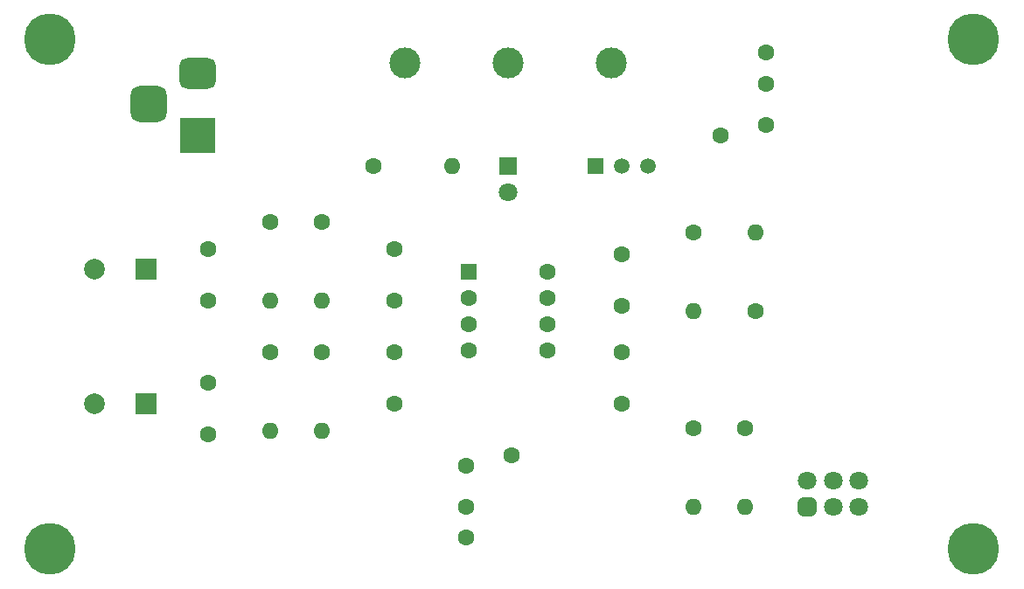
<source format=gbr>
%TF.GenerationSoftware,KiCad,Pcbnew,9.0.0*%
%TF.CreationDate,2025-03-25T20:24:53+01:00*%
%TF.ProjectId,YAHA,59414841-2e6b-4696-9361-645f70636258,rev?*%
%TF.SameCoordinates,Original*%
%TF.FileFunction,Soldermask,Top*%
%TF.FilePolarity,Negative*%
%FSLAX46Y46*%
G04 Gerber Fmt 4.6, Leading zero omitted, Abs format (unit mm)*
G04 Created by KiCad (PCBNEW 9.0.0) date 2025-03-25 20:24:53*
%MOMM*%
%LPD*%
G01*
G04 APERTURE LIST*
G04 Aperture macros list*
%AMRoundRect*
0 Rectangle with rounded corners*
0 $1 Rounding radius*
0 $2 $3 $4 $5 $6 $7 $8 $9 X,Y pos of 4 corners*
0 Add a 4 corners polygon primitive as box body*
4,1,4,$2,$3,$4,$5,$6,$7,$8,$9,$2,$3,0*
0 Add four circle primitives for the rounded corners*
1,1,$1+$1,$2,$3*
1,1,$1+$1,$4,$5*
1,1,$1+$1,$6,$7*
1,1,$1+$1,$8,$9*
0 Add four rect primitives between the rounded corners*
20,1,$1+$1,$2,$3,$4,$5,0*
20,1,$1+$1,$4,$5,$6,$7,0*
20,1,$1+$1,$6,$7,$8,$9,0*
20,1,$1+$1,$8,$9,$2,$3,0*%
G04 Aperture macros list end*
%ADD10C,0.800000*%
%ADD11C,5.000000*%
%ADD12C,3.000000*%
%ADD13C,1.600000*%
%ADD14RoundRect,0.250000X-0.550000X-0.550000X0.550000X-0.550000X0.550000X0.550000X-0.550000X0.550000X0*%
%ADD15R,1.500000X1.500000*%
%ADD16C,1.500000*%
%ADD17O,1.600000X1.600000*%
%ADD18R,2.000000X2.000000*%
%ADD19C,2.000000*%
%ADD20R,3.500000X3.500000*%
%ADD21RoundRect,0.750000X-1.000000X0.750000X-1.000000X-0.750000X1.000000X-0.750000X1.000000X0.750000X0*%
%ADD22RoundRect,0.875000X-0.875000X0.875000X-0.875000X-0.875000X0.875000X-0.875000X0.875000X0.875000X0*%
%ADD23RoundRect,0.450000X-0.450000X0.450000X-0.450000X-0.450000X0.450000X-0.450000X0.450000X0.450000X0*%
%ADD24C,1.800000*%
%ADD25R,1.800000X1.800000*%
G04 APERTURE END LIST*
D10*
%TO.C,H4*%
X100825000Y-152100000D03*
X101374175Y-150774175D03*
X101374175Y-153425825D03*
X102700000Y-150225000D03*
D11*
X102700000Y-152100000D03*
D10*
X102700000Y-153975000D03*
X104025825Y-150774175D03*
X104025825Y-153425825D03*
X104575000Y-152100000D03*
%TD*%
D12*
%TO.C,TP2*%
X137000000Y-105000000D03*
%TD*%
D13*
%TO.C,C4*%
X118000000Y-136000000D03*
X118000000Y-141000000D03*
%TD*%
D14*
%TO.C,IC1*%
X143190000Y-125190000D03*
D13*
X143190000Y-127730000D03*
X143190000Y-130270000D03*
X143190000Y-132810000D03*
X150810000Y-132810000D03*
X150810000Y-130270000D03*
X150810000Y-127730000D03*
X150810000Y-125190000D03*
%TD*%
D15*
%TO.C,IC2*%
X155460000Y-115000000D03*
D16*
X158000000Y-115000000D03*
X160540000Y-115000000D03*
%TD*%
D13*
%TO.C,C201*%
X158000000Y-133000000D03*
X158000000Y-138000000D03*
%TD*%
%TO.C,R102*%
X129000000Y-120380000D03*
D17*
X129000000Y-128000000D03*
%TD*%
D18*
%TO.C,C1*%
X112000000Y-138000000D03*
D19*
X107000000Y-138000000D03*
%TD*%
D18*
%TO.C,C2*%
X112000000Y-125000000D03*
D19*
X107000000Y-125000000D03*
%TD*%
D13*
%TO.C,R101*%
X129000000Y-133000000D03*
D17*
X129000000Y-140620000D03*
%TD*%
D10*
%TO.C,H1*%
X100825000Y-102700000D03*
X101374175Y-101374175D03*
X101374175Y-104025825D03*
X102700000Y-100825000D03*
D11*
X102700000Y-102700000D03*
D10*
X102700000Y-104575000D03*
X104025825Y-101374175D03*
X104025825Y-104025825D03*
X104575000Y-102700000D03*
%TD*%
D20*
%TO.C,J1*%
X116957500Y-112000000D03*
D21*
X116957500Y-106000000D03*
D22*
X112257500Y-109000000D03*
%TD*%
D13*
%TO.C,C102*%
X136000000Y-123000000D03*
X136000000Y-128000000D03*
%TD*%
%TO.C,R104*%
X170000000Y-140380000D03*
D17*
X170000000Y-148000000D03*
%TD*%
D13*
%TO.C,R1*%
X134000000Y-115000000D03*
D17*
X141620000Y-115000000D03*
%TD*%
D13*
%TO.C,C202*%
X158000000Y-123500000D03*
X158000000Y-128500000D03*
%TD*%
D12*
%TO.C,TP3*%
X147000000Y-105000000D03*
%TD*%
D13*
%TO.C,J2*%
X172000000Y-107000000D03*
X172000000Y-104000000D03*
X167600000Y-112000000D03*
X172000000Y-111000000D03*
%TD*%
%TO.C,C101*%
X136000000Y-133000000D03*
X136000000Y-138000000D03*
%TD*%
%TO.C,R204*%
X165000000Y-140380000D03*
D17*
X165000000Y-148000000D03*
%TD*%
D10*
%TO.C,H2*%
X190225000Y-102700000D03*
X190774175Y-101374175D03*
X190774175Y-104025825D03*
X192100000Y-100825000D03*
D11*
X192100000Y-102700000D03*
D10*
X192100000Y-104575000D03*
X193425825Y-101374175D03*
X193425825Y-104025825D03*
X193975000Y-102700000D03*
%TD*%
D13*
%TO.C,R202*%
X165000000Y-121380000D03*
D17*
X165000000Y-129000000D03*
%TD*%
D12*
%TO.C,TP1*%
X157000000Y-105000000D03*
%TD*%
D13*
%TO.C,R203*%
X171000000Y-129000000D03*
D17*
X171000000Y-121380000D03*
%TD*%
D23*
%TO.C,RV1*%
X176000000Y-148000000D03*
D24*
X178500000Y-148000000D03*
X181000000Y-148000000D03*
X176000000Y-145500000D03*
X178500000Y-145500000D03*
X181000000Y-145500000D03*
%TD*%
D13*
%TO.C,C3*%
X118000000Y-123000000D03*
X118000000Y-128000000D03*
%TD*%
%TO.C,R201*%
X124000000Y-133000000D03*
D17*
X124000000Y-140620000D03*
%TD*%
D13*
%TO.C,R103*%
X124000000Y-120380000D03*
D17*
X124000000Y-128000000D03*
%TD*%
D13*
%TO.C,J3*%
X143000000Y-148000000D03*
X143000000Y-151000000D03*
X147400000Y-143000000D03*
X143000000Y-144000000D03*
%TD*%
D10*
%TO.C,H3*%
X190225000Y-152100000D03*
X190774175Y-150774175D03*
X190774175Y-153425825D03*
X192100000Y-150225000D03*
D11*
X192100000Y-152100000D03*
D10*
X192100000Y-153975000D03*
X193425825Y-150774175D03*
X193425825Y-153425825D03*
X193975000Y-152100000D03*
%TD*%
D25*
%TO.C,D1*%
X147000000Y-115000000D03*
D24*
X147000000Y-117540000D03*
%TD*%
M02*

</source>
